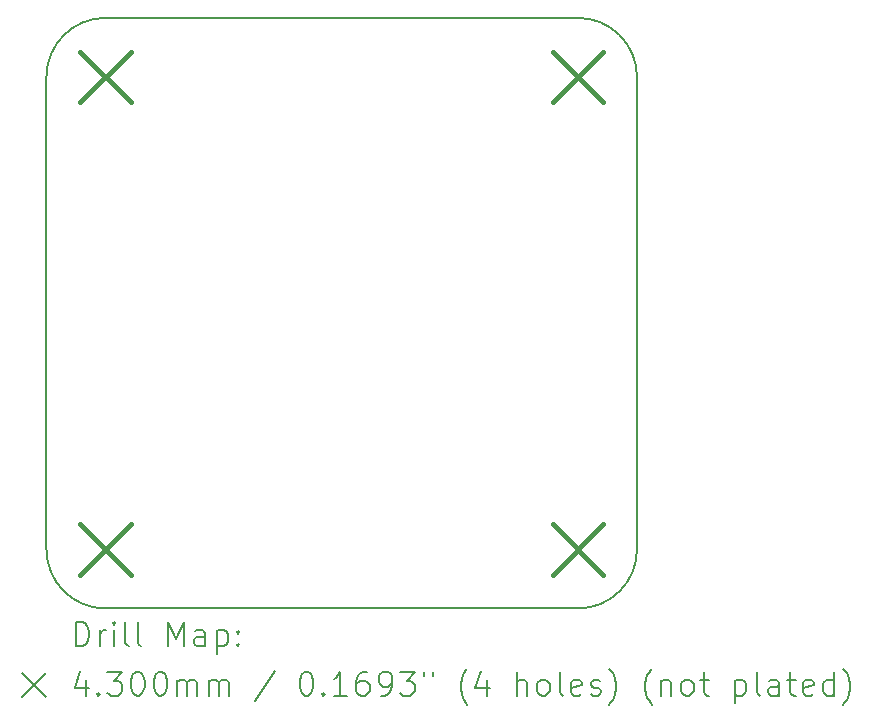
<source format=gbr>
%TF.GenerationSoftware,KiCad,Pcbnew,6.0.11+dfsg-1*%
%TF.CreationDate,2023-12-17T01:08:24-05:00*%
%TF.ProjectId,28byj_controller,32386279-6a5f-4636-9f6e-74726f6c6c65,rev?*%
%TF.SameCoordinates,Original*%
%TF.FileFunction,Drillmap*%
%TF.FilePolarity,Positive*%
%FSLAX45Y45*%
G04 Gerber Fmt 4.5, Leading zero omitted, Abs format (unit mm)*
G04 Created by KiCad (PCBNEW 6.0.11+dfsg-1) date 2023-12-17 01:08:24*
%MOMM*%
%LPD*%
G01*
G04 APERTURE LIST*
%ADD10C,0.150000*%
%ADD11C,0.200000*%
%ADD12C,0.430000*%
G04 APERTURE END LIST*
D10*
X10000000Y-9500000D02*
X10000000Y-5500000D01*
X15000000Y-5500000D02*
X15000000Y-9500000D01*
X14500000Y-10000000D02*
G75*
G03*
X15000000Y-9500000I0J500000D01*
G01*
X10500000Y-5000000D02*
X14500000Y-5000000D01*
X15000000Y-5500000D02*
G75*
G03*
X14500000Y-5000000I-500000J0D01*
G01*
X10000000Y-9500000D02*
G75*
G03*
X10500000Y-10000000I500000J0D01*
G01*
X14500000Y-10000000D02*
X10500000Y-10000000D01*
X10500000Y-5000000D02*
G75*
G03*
X10000000Y-5500000I0J-500000D01*
G01*
D11*
D12*
X10285000Y-5285000D02*
X10715000Y-5715000D01*
X10715000Y-5285000D02*
X10285000Y-5715000D01*
X10285000Y-9285000D02*
X10715000Y-9715000D01*
X10715000Y-9285000D02*
X10285000Y-9715000D01*
X14285000Y-5285000D02*
X14715000Y-5715000D01*
X14715000Y-5285000D02*
X14285000Y-5715000D01*
X14285000Y-9285000D02*
X14715000Y-9715000D01*
X14715000Y-9285000D02*
X14285000Y-9715000D01*
D11*
X10250119Y-10317976D02*
X10250119Y-10117976D01*
X10297738Y-10117976D01*
X10326310Y-10127500D01*
X10345357Y-10146548D01*
X10354881Y-10165595D01*
X10364405Y-10203690D01*
X10364405Y-10232262D01*
X10354881Y-10270357D01*
X10345357Y-10289405D01*
X10326310Y-10308452D01*
X10297738Y-10317976D01*
X10250119Y-10317976D01*
X10450119Y-10317976D02*
X10450119Y-10184643D01*
X10450119Y-10222738D02*
X10459643Y-10203690D01*
X10469167Y-10194167D01*
X10488214Y-10184643D01*
X10507262Y-10184643D01*
X10573929Y-10317976D02*
X10573929Y-10184643D01*
X10573929Y-10117976D02*
X10564405Y-10127500D01*
X10573929Y-10137024D01*
X10583452Y-10127500D01*
X10573929Y-10117976D01*
X10573929Y-10137024D01*
X10697738Y-10317976D02*
X10678690Y-10308452D01*
X10669167Y-10289405D01*
X10669167Y-10117976D01*
X10802500Y-10317976D02*
X10783452Y-10308452D01*
X10773929Y-10289405D01*
X10773929Y-10117976D01*
X11031071Y-10317976D02*
X11031071Y-10117976D01*
X11097738Y-10260833D01*
X11164405Y-10117976D01*
X11164405Y-10317976D01*
X11345357Y-10317976D02*
X11345357Y-10213214D01*
X11335833Y-10194167D01*
X11316786Y-10184643D01*
X11278690Y-10184643D01*
X11259643Y-10194167D01*
X11345357Y-10308452D02*
X11326309Y-10317976D01*
X11278690Y-10317976D01*
X11259643Y-10308452D01*
X11250119Y-10289405D01*
X11250119Y-10270357D01*
X11259643Y-10251310D01*
X11278690Y-10241786D01*
X11326309Y-10241786D01*
X11345357Y-10232262D01*
X11440595Y-10184643D02*
X11440595Y-10384643D01*
X11440595Y-10194167D02*
X11459643Y-10184643D01*
X11497738Y-10184643D01*
X11516786Y-10194167D01*
X11526309Y-10203690D01*
X11535833Y-10222738D01*
X11535833Y-10279881D01*
X11526309Y-10298929D01*
X11516786Y-10308452D01*
X11497738Y-10317976D01*
X11459643Y-10317976D01*
X11440595Y-10308452D01*
X11621548Y-10298929D02*
X11631071Y-10308452D01*
X11621548Y-10317976D01*
X11612024Y-10308452D01*
X11621548Y-10298929D01*
X11621548Y-10317976D01*
X11621548Y-10194167D02*
X11631071Y-10203690D01*
X11621548Y-10213214D01*
X11612024Y-10203690D01*
X11621548Y-10194167D01*
X11621548Y-10213214D01*
X9792500Y-10547500D02*
X9992500Y-10747500D01*
X9992500Y-10547500D02*
X9792500Y-10747500D01*
X10335833Y-10604643D02*
X10335833Y-10737976D01*
X10288214Y-10528452D02*
X10240595Y-10671310D01*
X10364405Y-10671310D01*
X10440595Y-10718929D02*
X10450119Y-10728452D01*
X10440595Y-10737976D01*
X10431071Y-10728452D01*
X10440595Y-10718929D01*
X10440595Y-10737976D01*
X10516786Y-10537976D02*
X10640595Y-10537976D01*
X10573929Y-10614167D01*
X10602500Y-10614167D01*
X10621548Y-10623690D01*
X10631071Y-10633214D01*
X10640595Y-10652262D01*
X10640595Y-10699881D01*
X10631071Y-10718929D01*
X10621548Y-10728452D01*
X10602500Y-10737976D01*
X10545357Y-10737976D01*
X10526310Y-10728452D01*
X10516786Y-10718929D01*
X10764405Y-10537976D02*
X10783452Y-10537976D01*
X10802500Y-10547500D01*
X10812024Y-10557024D01*
X10821548Y-10576071D01*
X10831071Y-10614167D01*
X10831071Y-10661786D01*
X10821548Y-10699881D01*
X10812024Y-10718929D01*
X10802500Y-10728452D01*
X10783452Y-10737976D01*
X10764405Y-10737976D01*
X10745357Y-10728452D01*
X10735833Y-10718929D01*
X10726310Y-10699881D01*
X10716786Y-10661786D01*
X10716786Y-10614167D01*
X10726310Y-10576071D01*
X10735833Y-10557024D01*
X10745357Y-10547500D01*
X10764405Y-10537976D01*
X10954881Y-10537976D02*
X10973929Y-10537976D01*
X10992976Y-10547500D01*
X11002500Y-10557024D01*
X11012024Y-10576071D01*
X11021548Y-10614167D01*
X11021548Y-10661786D01*
X11012024Y-10699881D01*
X11002500Y-10718929D01*
X10992976Y-10728452D01*
X10973929Y-10737976D01*
X10954881Y-10737976D01*
X10935833Y-10728452D01*
X10926310Y-10718929D01*
X10916786Y-10699881D01*
X10907262Y-10661786D01*
X10907262Y-10614167D01*
X10916786Y-10576071D01*
X10926310Y-10557024D01*
X10935833Y-10547500D01*
X10954881Y-10537976D01*
X11107262Y-10737976D02*
X11107262Y-10604643D01*
X11107262Y-10623690D02*
X11116786Y-10614167D01*
X11135833Y-10604643D01*
X11164405Y-10604643D01*
X11183452Y-10614167D01*
X11192976Y-10633214D01*
X11192976Y-10737976D01*
X11192976Y-10633214D02*
X11202500Y-10614167D01*
X11221548Y-10604643D01*
X11250119Y-10604643D01*
X11269167Y-10614167D01*
X11278690Y-10633214D01*
X11278690Y-10737976D01*
X11373928Y-10737976D02*
X11373928Y-10604643D01*
X11373928Y-10623690D02*
X11383452Y-10614167D01*
X11402500Y-10604643D01*
X11431071Y-10604643D01*
X11450119Y-10614167D01*
X11459643Y-10633214D01*
X11459643Y-10737976D01*
X11459643Y-10633214D02*
X11469167Y-10614167D01*
X11488214Y-10604643D01*
X11516786Y-10604643D01*
X11535833Y-10614167D01*
X11545357Y-10633214D01*
X11545357Y-10737976D01*
X11935833Y-10528452D02*
X11764405Y-10785595D01*
X12192976Y-10537976D02*
X12212024Y-10537976D01*
X12231071Y-10547500D01*
X12240595Y-10557024D01*
X12250119Y-10576071D01*
X12259643Y-10614167D01*
X12259643Y-10661786D01*
X12250119Y-10699881D01*
X12240595Y-10718929D01*
X12231071Y-10728452D01*
X12212024Y-10737976D01*
X12192976Y-10737976D01*
X12173928Y-10728452D01*
X12164405Y-10718929D01*
X12154881Y-10699881D01*
X12145357Y-10661786D01*
X12145357Y-10614167D01*
X12154881Y-10576071D01*
X12164405Y-10557024D01*
X12173928Y-10547500D01*
X12192976Y-10537976D01*
X12345357Y-10718929D02*
X12354881Y-10728452D01*
X12345357Y-10737976D01*
X12335833Y-10728452D01*
X12345357Y-10718929D01*
X12345357Y-10737976D01*
X12545357Y-10737976D02*
X12431071Y-10737976D01*
X12488214Y-10737976D02*
X12488214Y-10537976D01*
X12469167Y-10566548D01*
X12450119Y-10585595D01*
X12431071Y-10595119D01*
X12716786Y-10537976D02*
X12678690Y-10537976D01*
X12659643Y-10547500D01*
X12650119Y-10557024D01*
X12631071Y-10585595D01*
X12621548Y-10623690D01*
X12621548Y-10699881D01*
X12631071Y-10718929D01*
X12640595Y-10728452D01*
X12659643Y-10737976D01*
X12697738Y-10737976D01*
X12716786Y-10728452D01*
X12726309Y-10718929D01*
X12735833Y-10699881D01*
X12735833Y-10652262D01*
X12726309Y-10633214D01*
X12716786Y-10623690D01*
X12697738Y-10614167D01*
X12659643Y-10614167D01*
X12640595Y-10623690D01*
X12631071Y-10633214D01*
X12621548Y-10652262D01*
X12831071Y-10737976D02*
X12869167Y-10737976D01*
X12888214Y-10728452D01*
X12897738Y-10718929D01*
X12916786Y-10690357D01*
X12926309Y-10652262D01*
X12926309Y-10576071D01*
X12916786Y-10557024D01*
X12907262Y-10547500D01*
X12888214Y-10537976D01*
X12850119Y-10537976D01*
X12831071Y-10547500D01*
X12821548Y-10557024D01*
X12812024Y-10576071D01*
X12812024Y-10623690D01*
X12821548Y-10642738D01*
X12831071Y-10652262D01*
X12850119Y-10661786D01*
X12888214Y-10661786D01*
X12907262Y-10652262D01*
X12916786Y-10642738D01*
X12926309Y-10623690D01*
X12992976Y-10537976D02*
X13116786Y-10537976D01*
X13050119Y-10614167D01*
X13078690Y-10614167D01*
X13097738Y-10623690D01*
X13107262Y-10633214D01*
X13116786Y-10652262D01*
X13116786Y-10699881D01*
X13107262Y-10718929D01*
X13097738Y-10728452D01*
X13078690Y-10737976D01*
X13021548Y-10737976D01*
X13002500Y-10728452D01*
X12992976Y-10718929D01*
X13192976Y-10537976D02*
X13192976Y-10576071D01*
X13269167Y-10537976D02*
X13269167Y-10576071D01*
X13564405Y-10814167D02*
X13554881Y-10804643D01*
X13535833Y-10776071D01*
X13526309Y-10757024D01*
X13516786Y-10728452D01*
X13507262Y-10680833D01*
X13507262Y-10642738D01*
X13516786Y-10595119D01*
X13526309Y-10566548D01*
X13535833Y-10547500D01*
X13554881Y-10518929D01*
X13564405Y-10509405D01*
X13726309Y-10604643D02*
X13726309Y-10737976D01*
X13678690Y-10528452D02*
X13631071Y-10671310D01*
X13754881Y-10671310D01*
X13983452Y-10737976D02*
X13983452Y-10537976D01*
X14069167Y-10737976D02*
X14069167Y-10633214D01*
X14059643Y-10614167D01*
X14040595Y-10604643D01*
X14012024Y-10604643D01*
X13992976Y-10614167D01*
X13983452Y-10623690D01*
X14192976Y-10737976D02*
X14173928Y-10728452D01*
X14164405Y-10718929D01*
X14154881Y-10699881D01*
X14154881Y-10642738D01*
X14164405Y-10623690D01*
X14173928Y-10614167D01*
X14192976Y-10604643D01*
X14221548Y-10604643D01*
X14240595Y-10614167D01*
X14250119Y-10623690D01*
X14259643Y-10642738D01*
X14259643Y-10699881D01*
X14250119Y-10718929D01*
X14240595Y-10728452D01*
X14221548Y-10737976D01*
X14192976Y-10737976D01*
X14373928Y-10737976D02*
X14354881Y-10728452D01*
X14345357Y-10709405D01*
X14345357Y-10537976D01*
X14526309Y-10728452D02*
X14507262Y-10737976D01*
X14469167Y-10737976D01*
X14450119Y-10728452D01*
X14440595Y-10709405D01*
X14440595Y-10633214D01*
X14450119Y-10614167D01*
X14469167Y-10604643D01*
X14507262Y-10604643D01*
X14526309Y-10614167D01*
X14535833Y-10633214D01*
X14535833Y-10652262D01*
X14440595Y-10671310D01*
X14612024Y-10728452D02*
X14631071Y-10737976D01*
X14669167Y-10737976D01*
X14688214Y-10728452D01*
X14697738Y-10709405D01*
X14697738Y-10699881D01*
X14688214Y-10680833D01*
X14669167Y-10671310D01*
X14640595Y-10671310D01*
X14621548Y-10661786D01*
X14612024Y-10642738D01*
X14612024Y-10633214D01*
X14621548Y-10614167D01*
X14640595Y-10604643D01*
X14669167Y-10604643D01*
X14688214Y-10614167D01*
X14764405Y-10814167D02*
X14773928Y-10804643D01*
X14792976Y-10776071D01*
X14802500Y-10757024D01*
X14812024Y-10728452D01*
X14821548Y-10680833D01*
X14821548Y-10642738D01*
X14812024Y-10595119D01*
X14802500Y-10566548D01*
X14792976Y-10547500D01*
X14773928Y-10518929D01*
X14764405Y-10509405D01*
X15126309Y-10814167D02*
X15116786Y-10804643D01*
X15097738Y-10776071D01*
X15088214Y-10757024D01*
X15078690Y-10728452D01*
X15069167Y-10680833D01*
X15069167Y-10642738D01*
X15078690Y-10595119D01*
X15088214Y-10566548D01*
X15097738Y-10547500D01*
X15116786Y-10518929D01*
X15126309Y-10509405D01*
X15202500Y-10604643D02*
X15202500Y-10737976D01*
X15202500Y-10623690D02*
X15212024Y-10614167D01*
X15231071Y-10604643D01*
X15259643Y-10604643D01*
X15278690Y-10614167D01*
X15288214Y-10633214D01*
X15288214Y-10737976D01*
X15412024Y-10737976D02*
X15392976Y-10728452D01*
X15383452Y-10718929D01*
X15373928Y-10699881D01*
X15373928Y-10642738D01*
X15383452Y-10623690D01*
X15392976Y-10614167D01*
X15412024Y-10604643D01*
X15440595Y-10604643D01*
X15459643Y-10614167D01*
X15469167Y-10623690D01*
X15478690Y-10642738D01*
X15478690Y-10699881D01*
X15469167Y-10718929D01*
X15459643Y-10728452D01*
X15440595Y-10737976D01*
X15412024Y-10737976D01*
X15535833Y-10604643D02*
X15612024Y-10604643D01*
X15564405Y-10537976D02*
X15564405Y-10709405D01*
X15573928Y-10728452D01*
X15592976Y-10737976D01*
X15612024Y-10737976D01*
X15831071Y-10604643D02*
X15831071Y-10804643D01*
X15831071Y-10614167D02*
X15850119Y-10604643D01*
X15888214Y-10604643D01*
X15907262Y-10614167D01*
X15916786Y-10623690D01*
X15926309Y-10642738D01*
X15926309Y-10699881D01*
X15916786Y-10718929D01*
X15907262Y-10728452D01*
X15888214Y-10737976D01*
X15850119Y-10737976D01*
X15831071Y-10728452D01*
X16040595Y-10737976D02*
X16021548Y-10728452D01*
X16012024Y-10709405D01*
X16012024Y-10537976D01*
X16202500Y-10737976D02*
X16202500Y-10633214D01*
X16192976Y-10614167D01*
X16173928Y-10604643D01*
X16135833Y-10604643D01*
X16116786Y-10614167D01*
X16202500Y-10728452D02*
X16183452Y-10737976D01*
X16135833Y-10737976D01*
X16116786Y-10728452D01*
X16107262Y-10709405D01*
X16107262Y-10690357D01*
X16116786Y-10671310D01*
X16135833Y-10661786D01*
X16183452Y-10661786D01*
X16202500Y-10652262D01*
X16269167Y-10604643D02*
X16345357Y-10604643D01*
X16297738Y-10537976D02*
X16297738Y-10709405D01*
X16307262Y-10728452D01*
X16326309Y-10737976D01*
X16345357Y-10737976D01*
X16488214Y-10728452D02*
X16469167Y-10737976D01*
X16431071Y-10737976D01*
X16412024Y-10728452D01*
X16402500Y-10709405D01*
X16402500Y-10633214D01*
X16412024Y-10614167D01*
X16431071Y-10604643D01*
X16469167Y-10604643D01*
X16488214Y-10614167D01*
X16497738Y-10633214D01*
X16497738Y-10652262D01*
X16402500Y-10671310D01*
X16669167Y-10737976D02*
X16669167Y-10537976D01*
X16669167Y-10728452D02*
X16650119Y-10737976D01*
X16612024Y-10737976D01*
X16592976Y-10728452D01*
X16583452Y-10718929D01*
X16573928Y-10699881D01*
X16573928Y-10642738D01*
X16583452Y-10623690D01*
X16592976Y-10614167D01*
X16612024Y-10604643D01*
X16650119Y-10604643D01*
X16669167Y-10614167D01*
X16745357Y-10814167D02*
X16754881Y-10804643D01*
X16773928Y-10776071D01*
X16783452Y-10757024D01*
X16792976Y-10728452D01*
X16802500Y-10680833D01*
X16802500Y-10642738D01*
X16792976Y-10595119D01*
X16783452Y-10566548D01*
X16773928Y-10547500D01*
X16754881Y-10518929D01*
X16745357Y-10509405D01*
M02*

</source>
